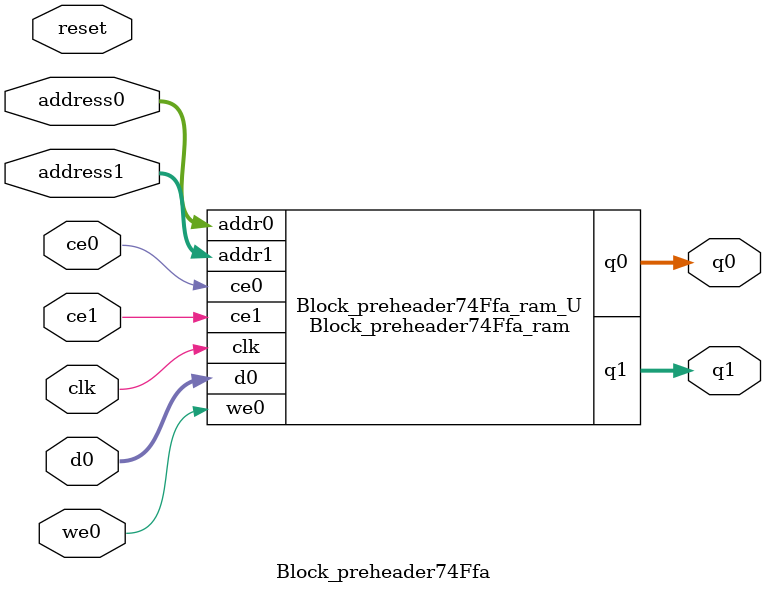
<source format=v>
`timescale 1 ns / 1 ps
module Block_preheader74Ffa_ram (addr0, ce0, d0, we0, q0, addr1, ce1, q1,  clk);

parameter DWIDTH = 5;
parameter AWIDTH = 6;
parameter MEM_SIZE = 48;

input[AWIDTH-1:0] addr0;
input ce0;
input[DWIDTH-1:0] d0;
input we0;
output reg[DWIDTH-1:0] q0;
input[AWIDTH-1:0] addr1;
input ce1;
output reg[DWIDTH-1:0] q1;
input clk;

(* ram_style = "distributed" *)reg [DWIDTH-1:0] ram[0:MEM_SIZE-1];




always @(posedge clk)  
begin 
    if (ce0) begin
        if (we0) 
            ram[addr0] <= d0; 
        q0 <= ram[addr0];
    end
end


always @(posedge clk)  
begin 
    if (ce1) begin
        q1 <= ram[addr1];
    end
end


endmodule

`timescale 1 ns / 1 ps
module Block_preheader74Ffa(
    reset,
    clk,
    address0,
    ce0,
    we0,
    d0,
    q0,
    address1,
    ce1,
    q1);

parameter DataWidth = 32'd5;
parameter AddressRange = 32'd48;
parameter AddressWidth = 32'd6;
input reset;
input clk;
input[AddressWidth - 1:0] address0;
input ce0;
input we0;
input[DataWidth - 1:0] d0;
output[DataWidth - 1:0] q0;
input[AddressWidth - 1:0] address1;
input ce1;
output[DataWidth - 1:0] q1;



Block_preheader74Ffa_ram Block_preheader74Ffa_ram_U(
    .clk( clk ),
    .addr0( address0 ),
    .ce0( ce0 ),
    .we0( we0 ),
    .d0( d0 ),
    .q0( q0 ),
    .addr1( address1 ),
    .ce1( ce1 ),
    .q1( q1 ));

endmodule


</source>
